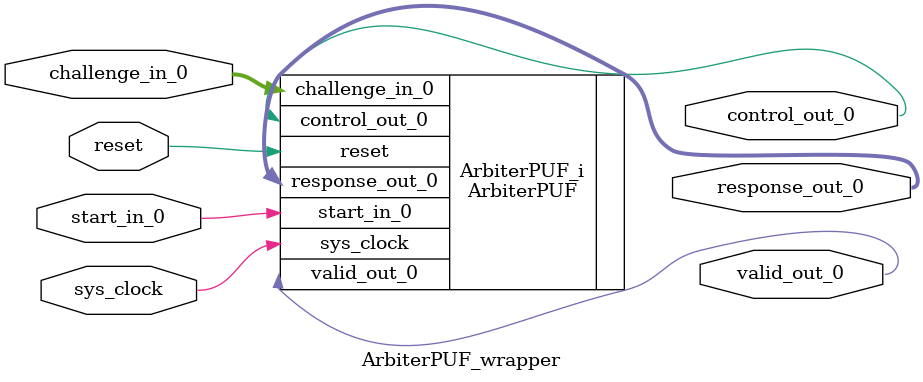
<source format=v>
`timescale 1 ps / 1 ps

module ArbiterPUF_wrapper
   (challenge_in_0,
    control_out_0,
    reset,
    response_out_0,
    start_in_0,
    sys_clock,
    valid_out_0);
  input [15:0]challenge_in_0;
  output control_out_0;
  input reset;
  output [7:0]response_out_0;
  input start_in_0;
  input sys_clock;
  output valid_out_0;

  wire [15:0]challenge_in_0;
  wire control_out_0;
  wire reset;
  wire [7:0]response_out_0;
  wire start_in_0;
  wire sys_clock;
  wire valid_out_0;

  ArbiterPUF ArbiterPUF_i
       (.challenge_in_0(challenge_in_0),
        .control_out_0(control_out_0),
        .reset(reset),
        .response_out_0(response_out_0),
        .start_in_0(start_in_0),
        .sys_clock(sys_clock),
        .valid_out_0(valid_out_0));
endmodule

</source>
